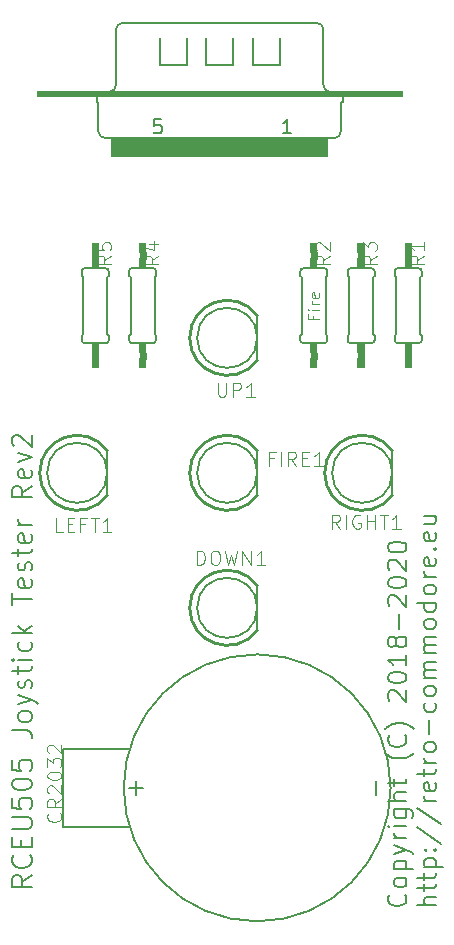
<source format=gbr>
G04 #@! TF.GenerationSoftware,KiCad,Pcbnew,(5.1.5)-3*
G04 #@! TF.CreationDate,2020-09-28T00:58:47+02:00*
G04 #@! TF.ProjectId,joytester,6a6f7974-6573-4746-9572-2e6b69636164,rev?*
G04 #@! TF.SameCoordinates,Original*
G04 #@! TF.FileFunction,Legend,Top*
G04 #@! TF.FilePolarity,Positive*
%FSLAX46Y46*%
G04 Gerber Fmt 4.6, Leading zero omitted, Abs format (unit mm)*
G04 Created by KiCad (PCBNEW (5.1.5)-3) date 2020-09-28 00:58:47*
%MOMM*%
%LPD*%
G04 APERTURE LIST*
%ADD10C,0.142240*%
%ADD11C,0.134112*%
%ADD12C,0.081280*%
%ADD13C,0.203200*%
%ADD14C,0.152400*%
%ADD15C,0.254000*%
%ADD16C,0.100000*%
%ADD17C,0.609600*%
%ADD18C,0.096520*%
%ADD19C,0.120650*%
%ADD20C,0.127000*%
G04 APERTURE END LIST*
D10*
X132108666Y-132735256D02*
X131304333Y-133298289D01*
X132108666Y-133700456D02*
X130419566Y-133700456D01*
X130419566Y-133056989D01*
X130500000Y-132896122D01*
X130580433Y-132815689D01*
X130741300Y-132735256D01*
X130982600Y-132735256D01*
X131143466Y-132815689D01*
X131223900Y-132896122D01*
X131304333Y-133056989D01*
X131304333Y-133700456D01*
X131947800Y-131046156D02*
X132028233Y-131126589D01*
X132108666Y-131367889D01*
X132108666Y-131528756D01*
X132028233Y-131770056D01*
X131867366Y-131930922D01*
X131706500Y-132011356D01*
X131384766Y-132091789D01*
X131143466Y-132091789D01*
X130821733Y-132011356D01*
X130660866Y-131930922D01*
X130500000Y-131770056D01*
X130419566Y-131528756D01*
X130419566Y-131367889D01*
X130500000Y-131126589D01*
X130580433Y-131046156D01*
X131223900Y-130322256D02*
X131223900Y-129759222D01*
X132108666Y-129517922D02*
X132108666Y-130322256D01*
X130419566Y-130322256D01*
X130419566Y-129517922D01*
X130419566Y-128794022D02*
X131786933Y-128794022D01*
X131947800Y-128713589D01*
X132028233Y-128633156D01*
X132108666Y-128472289D01*
X132108666Y-128150556D01*
X132028233Y-127989689D01*
X131947800Y-127909256D01*
X131786933Y-127828822D01*
X130419566Y-127828822D01*
X130419566Y-126220156D02*
X130419566Y-127024489D01*
X131223900Y-127104922D01*
X131143466Y-127024489D01*
X131063033Y-126863622D01*
X131063033Y-126461456D01*
X131143466Y-126300589D01*
X131223900Y-126220156D01*
X131384766Y-126139722D01*
X131786933Y-126139722D01*
X131947800Y-126220156D01*
X132028233Y-126300589D01*
X132108666Y-126461456D01*
X132108666Y-126863622D01*
X132028233Y-127024489D01*
X131947800Y-127104922D01*
X130419566Y-125094089D02*
X130419566Y-124933222D01*
X130500000Y-124772356D01*
X130580433Y-124691922D01*
X130741300Y-124611489D01*
X131063033Y-124531056D01*
X131465200Y-124531056D01*
X131786933Y-124611489D01*
X131947800Y-124691922D01*
X132028233Y-124772356D01*
X132108666Y-124933222D01*
X132108666Y-125094089D01*
X132028233Y-125254956D01*
X131947800Y-125335389D01*
X131786933Y-125415822D01*
X131465200Y-125496256D01*
X131063033Y-125496256D01*
X130741300Y-125415822D01*
X130580433Y-125335389D01*
X130500000Y-125254956D01*
X130419566Y-125094089D01*
X130419566Y-123002822D02*
X130419566Y-123807156D01*
X131223900Y-123887589D01*
X131143466Y-123807156D01*
X131063033Y-123646289D01*
X131063033Y-123244122D01*
X131143466Y-123083256D01*
X131223900Y-123002822D01*
X131384766Y-122922389D01*
X131786933Y-122922389D01*
X131947800Y-123002822D01*
X132028233Y-123083256D01*
X132108666Y-123244122D01*
X132108666Y-123646289D01*
X132028233Y-123807156D01*
X131947800Y-123887589D01*
X130419566Y-120428956D02*
X131626066Y-120428956D01*
X131867366Y-120509389D01*
X132028233Y-120670256D01*
X132108666Y-120911556D01*
X132108666Y-121072422D01*
X132108666Y-119383322D02*
X132028233Y-119544189D01*
X131947800Y-119624622D01*
X131786933Y-119705056D01*
X131304333Y-119705056D01*
X131143466Y-119624622D01*
X131063033Y-119544189D01*
X130982600Y-119383322D01*
X130982600Y-119142022D01*
X131063033Y-118981156D01*
X131143466Y-118900722D01*
X131304333Y-118820289D01*
X131786933Y-118820289D01*
X131947800Y-118900722D01*
X132028233Y-118981156D01*
X132108666Y-119142022D01*
X132108666Y-119383322D01*
X130982600Y-118257256D02*
X132108666Y-117855089D01*
X130982600Y-117452922D02*
X132108666Y-117855089D01*
X132510833Y-118015956D01*
X132591266Y-118096389D01*
X132671700Y-118257256D01*
X132028233Y-116889889D02*
X132108666Y-116729022D01*
X132108666Y-116407289D01*
X132028233Y-116246422D01*
X131867366Y-116165989D01*
X131786933Y-116165989D01*
X131626066Y-116246422D01*
X131545633Y-116407289D01*
X131545633Y-116648589D01*
X131465200Y-116809456D01*
X131304333Y-116889889D01*
X131223900Y-116889889D01*
X131063033Y-116809456D01*
X130982600Y-116648589D01*
X130982600Y-116407289D01*
X131063033Y-116246422D01*
X130982600Y-115683389D02*
X130982600Y-115039922D01*
X130419566Y-115442089D02*
X131867366Y-115442089D01*
X132028233Y-115361656D01*
X132108666Y-115200789D01*
X132108666Y-115039922D01*
X132108666Y-114476889D02*
X130982600Y-114476889D01*
X130419566Y-114476889D02*
X130500000Y-114557322D01*
X130580433Y-114476889D01*
X130500000Y-114396456D01*
X130419566Y-114476889D01*
X130580433Y-114476889D01*
X132028233Y-112948656D02*
X132108666Y-113109522D01*
X132108666Y-113431256D01*
X132028233Y-113592122D01*
X131947800Y-113672556D01*
X131786933Y-113752989D01*
X131304333Y-113752989D01*
X131143466Y-113672556D01*
X131063033Y-113592122D01*
X130982600Y-113431256D01*
X130982600Y-113109522D01*
X131063033Y-112948656D01*
X132108666Y-112224756D02*
X130419566Y-112224756D01*
X131465200Y-112063889D02*
X132108666Y-111581289D01*
X130982600Y-111581289D02*
X131626066Y-112224756D01*
X130419566Y-109811756D02*
X130419566Y-108846556D01*
X132108666Y-109329156D02*
X130419566Y-109329156D01*
X132028233Y-107640056D02*
X132108666Y-107800922D01*
X132108666Y-108122656D01*
X132028233Y-108283522D01*
X131867366Y-108363956D01*
X131223900Y-108363956D01*
X131063033Y-108283522D01*
X130982600Y-108122656D01*
X130982600Y-107800922D01*
X131063033Y-107640056D01*
X131223900Y-107559622D01*
X131384766Y-107559622D01*
X131545633Y-108363956D01*
X132028233Y-106916156D02*
X132108666Y-106755289D01*
X132108666Y-106433556D01*
X132028233Y-106272689D01*
X131867366Y-106192256D01*
X131786933Y-106192256D01*
X131626066Y-106272689D01*
X131545633Y-106433556D01*
X131545633Y-106674856D01*
X131465200Y-106835722D01*
X131304333Y-106916156D01*
X131223900Y-106916156D01*
X131063033Y-106835722D01*
X130982600Y-106674856D01*
X130982600Y-106433556D01*
X131063033Y-106272689D01*
X130982600Y-105709656D02*
X130982600Y-105066189D01*
X130419566Y-105468356D02*
X131867366Y-105468356D01*
X132028233Y-105387922D01*
X132108666Y-105227056D01*
X132108666Y-105066189D01*
X132028233Y-103859689D02*
X132108666Y-104020556D01*
X132108666Y-104342289D01*
X132028233Y-104503156D01*
X131867366Y-104583589D01*
X131223900Y-104583589D01*
X131063033Y-104503156D01*
X130982600Y-104342289D01*
X130982600Y-104020556D01*
X131063033Y-103859689D01*
X131223900Y-103779256D01*
X131384766Y-103779256D01*
X131545633Y-104583589D01*
X132108666Y-103055356D02*
X130982600Y-103055356D01*
X131304333Y-103055356D02*
X131143466Y-102974922D01*
X131063033Y-102894489D01*
X130982600Y-102733622D01*
X130982600Y-102572756D01*
X132108666Y-99757589D02*
X131304333Y-100320622D01*
X132108666Y-100722789D02*
X130419566Y-100722789D01*
X130419566Y-100079322D01*
X130500000Y-99918456D01*
X130580433Y-99838022D01*
X130741300Y-99757589D01*
X130982600Y-99757589D01*
X131143466Y-99838022D01*
X131223900Y-99918456D01*
X131304333Y-100079322D01*
X131304333Y-100722789D01*
X132028233Y-98390222D02*
X132108666Y-98551089D01*
X132108666Y-98872822D01*
X132028233Y-99033689D01*
X131867366Y-99114122D01*
X131223900Y-99114122D01*
X131063033Y-99033689D01*
X130982600Y-98872822D01*
X130982600Y-98551089D01*
X131063033Y-98390222D01*
X131223900Y-98309789D01*
X131384766Y-98309789D01*
X131545633Y-99114122D01*
X130982600Y-97746756D02*
X132108666Y-97344589D01*
X130982600Y-96942422D01*
X130580433Y-96379389D02*
X130500000Y-96298956D01*
X130419566Y-96138089D01*
X130419566Y-95735922D01*
X130500000Y-95575056D01*
X130580433Y-95494622D01*
X130741300Y-95414189D01*
X130902166Y-95414189D01*
X131143466Y-95494622D01*
X132108666Y-96459822D01*
X132108666Y-95414189D01*
D11*
X163695606Y-134356195D02*
X163771443Y-134432032D01*
X163847280Y-134659544D01*
X163847280Y-134811218D01*
X163771443Y-135038730D01*
X163619769Y-135190404D01*
X163468095Y-135266241D01*
X163164746Y-135342078D01*
X162937235Y-135342078D01*
X162633886Y-135266241D01*
X162482212Y-135190404D01*
X162330538Y-135038730D01*
X162254700Y-134811218D01*
X162254700Y-134659544D01*
X162330538Y-134432032D01*
X162406375Y-134356195D01*
X163847280Y-133446150D02*
X163771443Y-133597824D01*
X163695606Y-133673661D01*
X163543932Y-133749498D01*
X163088909Y-133749498D01*
X162937235Y-133673661D01*
X162861398Y-133597824D01*
X162785560Y-133446150D01*
X162785560Y-133218638D01*
X162861398Y-133066964D01*
X162937235Y-132991127D01*
X163088909Y-132915290D01*
X163543932Y-132915290D01*
X163695606Y-132991127D01*
X163771443Y-133066964D01*
X163847280Y-133218638D01*
X163847280Y-133446150D01*
X162785560Y-132232755D02*
X164378140Y-132232755D01*
X162861398Y-132232755D02*
X162785560Y-132081081D01*
X162785560Y-131777732D01*
X162861398Y-131626058D01*
X162937235Y-131550221D01*
X163088909Y-131474384D01*
X163543932Y-131474384D01*
X163695606Y-131550221D01*
X163771443Y-131626058D01*
X163847280Y-131777732D01*
X163847280Y-132081081D01*
X163771443Y-132232755D01*
X162785560Y-130943524D02*
X163847280Y-130564338D01*
X162785560Y-130185152D02*
X163847280Y-130564338D01*
X164226466Y-130716012D01*
X164302303Y-130791850D01*
X164378140Y-130943524D01*
X163847280Y-129578455D02*
X162785560Y-129578455D01*
X163088909Y-129578455D02*
X162937235Y-129502618D01*
X162861398Y-129426781D01*
X162785560Y-129275107D01*
X162785560Y-129123432D01*
X163847280Y-128592572D02*
X162785560Y-128592572D01*
X162254700Y-128592572D02*
X162330538Y-128668410D01*
X162406375Y-128592572D01*
X162330538Y-128516735D01*
X162254700Y-128592572D01*
X162406375Y-128592572D01*
X162785560Y-127151667D02*
X164074792Y-127151667D01*
X164226466Y-127227504D01*
X164302303Y-127303341D01*
X164378140Y-127455015D01*
X164378140Y-127682527D01*
X164302303Y-127834201D01*
X163771443Y-127151667D02*
X163847280Y-127303341D01*
X163847280Y-127606690D01*
X163771443Y-127758364D01*
X163695606Y-127834201D01*
X163543932Y-127910038D01*
X163088909Y-127910038D01*
X162937235Y-127834201D01*
X162861398Y-127758364D01*
X162785560Y-127606690D01*
X162785560Y-127303341D01*
X162861398Y-127151667D01*
X163847280Y-126393295D02*
X162254700Y-126393295D01*
X163847280Y-125710761D02*
X163013072Y-125710761D01*
X162861398Y-125786598D01*
X162785560Y-125938272D01*
X162785560Y-126165784D01*
X162861398Y-126317458D01*
X162937235Y-126393295D01*
X162785560Y-125179901D02*
X162785560Y-124573204D01*
X162254700Y-124952390D02*
X163619769Y-124952390D01*
X163771443Y-124876552D01*
X163847280Y-124724878D01*
X163847280Y-124573204D01*
X164453978Y-122373927D02*
X164378140Y-122449764D01*
X164150629Y-122601438D01*
X163998955Y-122677275D01*
X163771443Y-122753112D01*
X163392258Y-122828950D01*
X163088909Y-122828950D01*
X162709723Y-122753112D01*
X162482212Y-122677275D01*
X162330538Y-122601438D01*
X162103026Y-122449764D01*
X162027189Y-122373927D01*
X163695606Y-120857184D02*
X163771443Y-120933021D01*
X163847280Y-121160532D01*
X163847280Y-121312207D01*
X163771443Y-121539718D01*
X163619769Y-121691392D01*
X163468095Y-121767230D01*
X163164746Y-121843067D01*
X162937235Y-121843067D01*
X162633886Y-121767230D01*
X162482212Y-121691392D01*
X162330538Y-121539718D01*
X162254700Y-121312207D01*
X162254700Y-121160532D01*
X162330538Y-120933021D01*
X162406375Y-120857184D01*
X164453978Y-120326324D02*
X164378140Y-120250487D01*
X164150629Y-120098812D01*
X163998955Y-120022975D01*
X163771443Y-119947138D01*
X163392258Y-119871301D01*
X163088909Y-119871301D01*
X162709723Y-119947138D01*
X162482212Y-120022975D01*
X162330538Y-120098812D01*
X162103026Y-120250487D01*
X162027189Y-120326324D01*
X162406375Y-117975372D02*
X162330538Y-117899535D01*
X162254700Y-117747861D01*
X162254700Y-117368675D01*
X162330538Y-117217001D01*
X162406375Y-117141164D01*
X162558049Y-117065327D01*
X162709723Y-117065327D01*
X162937235Y-117141164D01*
X163847280Y-118051210D01*
X163847280Y-117065327D01*
X162254700Y-116079444D02*
X162254700Y-115927770D01*
X162330538Y-115776095D01*
X162406375Y-115700258D01*
X162558049Y-115624421D01*
X162861398Y-115548584D01*
X163240583Y-115548584D01*
X163543932Y-115624421D01*
X163695606Y-115700258D01*
X163771443Y-115776095D01*
X163847280Y-115927770D01*
X163847280Y-116079444D01*
X163771443Y-116231118D01*
X163695606Y-116306955D01*
X163543932Y-116382792D01*
X163240583Y-116458630D01*
X162861398Y-116458630D01*
X162558049Y-116382792D01*
X162406375Y-116306955D01*
X162330538Y-116231118D01*
X162254700Y-116079444D01*
X163847280Y-114031841D02*
X163847280Y-114941887D01*
X163847280Y-114486864D02*
X162254700Y-114486864D01*
X162482212Y-114638538D01*
X162633886Y-114790212D01*
X162709723Y-114941887D01*
X162937235Y-113121795D02*
X162861398Y-113273470D01*
X162785560Y-113349307D01*
X162633886Y-113425144D01*
X162558049Y-113425144D01*
X162406375Y-113349307D01*
X162330538Y-113273470D01*
X162254700Y-113121795D01*
X162254700Y-112818447D01*
X162330538Y-112666772D01*
X162406375Y-112590935D01*
X162558049Y-112515098D01*
X162633886Y-112515098D01*
X162785560Y-112590935D01*
X162861398Y-112666772D01*
X162937235Y-112818447D01*
X162937235Y-113121795D01*
X163013072Y-113273470D01*
X163088909Y-113349307D01*
X163240583Y-113425144D01*
X163543932Y-113425144D01*
X163695606Y-113349307D01*
X163771443Y-113273470D01*
X163847280Y-113121795D01*
X163847280Y-112818447D01*
X163771443Y-112666772D01*
X163695606Y-112590935D01*
X163543932Y-112515098D01*
X163240583Y-112515098D01*
X163088909Y-112590935D01*
X163013072Y-112666772D01*
X162937235Y-112818447D01*
X163240583Y-111832564D02*
X163240583Y-110619170D01*
X162406375Y-109936635D02*
X162330538Y-109860798D01*
X162254700Y-109709124D01*
X162254700Y-109329938D01*
X162330538Y-109178264D01*
X162406375Y-109102427D01*
X162558049Y-109026590D01*
X162709723Y-109026590D01*
X162937235Y-109102427D01*
X163847280Y-110012472D01*
X163847280Y-109026590D01*
X162254700Y-108040707D02*
X162254700Y-107889032D01*
X162330538Y-107737358D01*
X162406375Y-107661521D01*
X162558049Y-107585684D01*
X162861398Y-107509847D01*
X163240583Y-107509847D01*
X163543932Y-107585684D01*
X163695606Y-107661521D01*
X163771443Y-107737358D01*
X163847280Y-107889032D01*
X163847280Y-108040707D01*
X163771443Y-108192381D01*
X163695606Y-108268218D01*
X163543932Y-108344055D01*
X163240583Y-108419892D01*
X162861398Y-108419892D01*
X162558049Y-108344055D01*
X162406375Y-108268218D01*
X162330538Y-108192381D01*
X162254700Y-108040707D01*
X162406375Y-106903150D02*
X162330538Y-106827312D01*
X162254700Y-106675638D01*
X162254700Y-106296452D01*
X162330538Y-106144778D01*
X162406375Y-106068941D01*
X162558049Y-105993104D01*
X162709723Y-105993104D01*
X162937235Y-106068941D01*
X163847280Y-106978987D01*
X163847280Y-105993104D01*
X162254700Y-105007221D02*
X162254700Y-104855547D01*
X162330538Y-104703872D01*
X162406375Y-104628035D01*
X162558049Y-104552198D01*
X162861398Y-104476361D01*
X163240583Y-104476361D01*
X163543932Y-104552198D01*
X163695606Y-104628035D01*
X163771443Y-104703872D01*
X163847280Y-104855547D01*
X163847280Y-105007221D01*
X163771443Y-105158895D01*
X163695606Y-105234732D01*
X163543932Y-105310570D01*
X163240583Y-105386407D01*
X162861398Y-105386407D01*
X162558049Y-105310570D01*
X162406375Y-105234732D01*
X162330538Y-105158895D01*
X162254700Y-105007221D01*
X166370262Y-135266241D02*
X164777682Y-135266241D01*
X166370262Y-134583707D02*
X165536054Y-134583707D01*
X165384380Y-134659544D01*
X165308542Y-134811218D01*
X165308542Y-135038730D01*
X165384380Y-135190404D01*
X165460217Y-135266241D01*
X165308542Y-134052847D02*
X165308542Y-133446150D01*
X164777682Y-133825335D02*
X166142751Y-133825335D01*
X166294425Y-133749498D01*
X166370262Y-133597824D01*
X166370262Y-133446150D01*
X165308542Y-133142801D02*
X165308542Y-132536104D01*
X164777682Y-132915290D02*
X166142751Y-132915290D01*
X166294425Y-132839452D01*
X166370262Y-132687778D01*
X166370262Y-132536104D01*
X165308542Y-132005244D02*
X166901122Y-132005244D01*
X165384380Y-132005244D02*
X165308542Y-131853570D01*
X165308542Y-131550221D01*
X165384380Y-131398547D01*
X165460217Y-131322710D01*
X165611891Y-131246872D01*
X166066914Y-131246872D01*
X166218588Y-131322710D01*
X166294425Y-131398547D01*
X166370262Y-131550221D01*
X166370262Y-131853570D01*
X166294425Y-132005244D01*
X166218588Y-130564338D02*
X166294425Y-130488501D01*
X166370262Y-130564338D01*
X166294425Y-130640175D01*
X166218588Y-130564338D01*
X166370262Y-130564338D01*
X165384380Y-130564338D02*
X165460217Y-130488501D01*
X165536054Y-130564338D01*
X165460217Y-130640175D01*
X165384380Y-130564338D01*
X165536054Y-130564338D01*
X164701845Y-128668410D02*
X166749448Y-130033478D01*
X164701845Y-126999992D02*
X166749448Y-128365061D01*
X166370262Y-126469132D02*
X165308542Y-126469132D01*
X165611891Y-126469132D02*
X165460217Y-126393295D01*
X165384380Y-126317458D01*
X165308542Y-126165784D01*
X165308542Y-126014110D01*
X166294425Y-124876552D02*
X166370262Y-125028227D01*
X166370262Y-125331575D01*
X166294425Y-125483250D01*
X166142751Y-125559087D01*
X165536054Y-125559087D01*
X165384380Y-125483250D01*
X165308542Y-125331575D01*
X165308542Y-125028227D01*
X165384380Y-124876552D01*
X165536054Y-124800715D01*
X165687728Y-124800715D01*
X165839402Y-125559087D01*
X165308542Y-124345692D02*
X165308542Y-123738995D01*
X164777682Y-124118181D02*
X166142751Y-124118181D01*
X166294425Y-124042344D01*
X166370262Y-123890670D01*
X166370262Y-123738995D01*
X166370262Y-123208135D02*
X165308542Y-123208135D01*
X165611891Y-123208135D02*
X165460217Y-123132298D01*
X165384380Y-123056461D01*
X165308542Y-122904787D01*
X165308542Y-122753112D01*
X166370262Y-121994741D02*
X166294425Y-122146415D01*
X166218588Y-122222252D01*
X166066914Y-122298090D01*
X165611891Y-122298090D01*
X165460217Y-122222252D01*
X165384380Y-122146415D01*
X165308542Y-121994741D01*
X165308542Y-121767230D01*
X165384380Y-121615555D01*
X165460217Y-121539718D01*
X165611891Y-121463881D01*
X166066914Y-121463881D01*
X166218588Y-121539718D01*
X166294425Y-121615555D01*
X166370262Y-121767230D01*
X166370262Y-121994741D01*
X165763565Y-120781347D02*
X165763565Y-119567952D01*
X166294425Y-118127047D02*
X166370262Y-118278721D01*
X166370262Y-118582070D01*
X166294425Y-118733744D01*
X166218588Y-118809581D01*
X166066914Y-118885418D01*
X165611891Y-118885418D01*
X165460217Y-118809581D01*
X165384380Y-118733744D01*
X165308542Y-118582070D01*
X165308542Y-118278721D01*
X165384380Y-118127047D01*
X166370262Y-117217001D02*
X166294425Y-117368675D01*
X166218588Y-117444512D01*
X166066914Y-117520350D01*
X165611891Y-117520350D01*
X165460217Y-117444512D01*
X165384380Y-117368675D01*
X165308542Y-117217001D01*
X165308542Y-116989490D01*
X165384380Y-116837815D01*
X165460217Y-116761978D01*
X165611891Y-116686141D01*
X166066914Y-116686141D01*
X166218588Y-116761978D01*
X166294425Y-116837815D01*
X166370262Y-116989490D01*
X166370262Y-117217001D01*
X166370262Y-116003607D02*
X165308542Y-116003607D01*
X165460217Y-116003607D02*
X165384380Y-115927770D01*
X165308542Y-115776095D01*
X165308542Y-115548584D01*
X165384380Y-115396910D01*
X165536054Y-115321072D01*
X166370262Y-115321072D01*
X165536054Y-115321072D02*
X165384380Y-115245235D01*
X165308542Y-115093561D01*
X165308542Y-114866050D01*
X165384380Y-114714375D01*
X165536054Y-114638538D01*
X166370262Y-114638538D01*
X166370262Y-113880167D02*
X165308542Y-113880167D01*
X165460217Y-113880167D02*
X165384380Y-113804330D01*
X165308542Y-113652655D01*
X165308542Y-113425144D01*
X165384380Y-113273470D01*
X165536054Y-113197632D01*
X166370262Y-113197632D01*
X165536054Y-113197632D02*
X165384380Y-113121795D01*
X165308542Y-112970121D01*
X165308542Y-112742610D01*
X165384380Y-112590935D01*
X165536054Y-112515098D01*
X166370262Y-112515098D01*
X166370262Y-111529215D02*
X166294425Y-111680890D01*
X166218588Y-111756727D01*
X166066914Y-111832564D01*
X165611891Y-111832564D01*
X165460217Y-111756727D01*
X165384380Y-111680890D01*
X165308542Y-111529215D01*
X165308542Y-111301704D01*
X165384380Y-111150030D01*
X165460217Y-111074192D01*
X165611891Y-110998355D01*
X166066914Y-110998355D01*
X166218588Y-111074192D01*
X166294425Y-111150030D01*
X166370262Y-111301704D01*
X166370262Y-111529215D01*
X166370262Y-109633287D02*
X164777682Y-109633287D01*
X166294425Y-109633287D02*
X166370262Y-109784961D01*
X166370262Y-110088310D01*
X166294425Y-110239984D01*
X166218588Y-110315821D01*
X166066914Y-110391658D01*
X165611891Y-110391658D01*
X165460217Y-110315821D01*
X165384380Y-110239984D01*
X165308542Y-110088310D01*
X165308542Y-109784961D01*
X165384380Y-109633287D01*
X166370262Y-108647404D02*
X166294425Y-108799078D01*
X166218588Y-108874915D01*
X166066914Y-108950752D01*
X165611891Y-108950752D01*
X165460217Y-108874915D01*
X165384380Y-108799078D01*
X165308542Y-108647404D01*
X165308542Y-108419892D01*
X165384380Y-108268218D01*
X165460217Y-108192381D01*
X165611891Y-108116544D01*
X166066914Y-108116544D01*
X166218588Y-108192381D01*
X166294425Y-108268218D01*
X166370262Y-108419892D01*
X166370262Y-108647404D01*
X166370262Y-107434010D02*
X165308542Y-107434010D01*
X165611891Y-107434010D02*
X165460217Y-107358172D01*
X165384380Y-107282335D01*
X165308542Y-107130661D01*
X165308542Y-106978987D01*
X166294425Y-105841430D02*
X166370262Y-105993104D01*
X166370262Y-106296452D01*
X166294425Y-106448127D01*
X166142751Y-106523964D01*
X165536054Y-106523964D01*
X165384380Y-106448127D01*
X165308542Y-106296452D01*
X165308542Y-105993104D01*
X165384380Y-105841430D01*
X165536054Y-105765592D01*
X165687728Y-105765592D01*
X165839402Y-106523964D01*
X166218588Y-105083058D02*
X166294425Y-105007221D01*
X166370262Y-105083058D01*
X166294425Y-105158895D01*
X166218588Y-105083058D01*
X166370262Y-105083058D01*
X166294425Y-103717990D02*
X166370262Y-103869664D01*
X166370262Y-104173012D01*
X166294425Y-104324687D01*
X166142751Y-104400524D01*
X165536054Y-104400524D01*
X165384380Y-104324687D01*
X165308542Y-104173012D01*
X165308542Y-103869664D01*
X165384380Y-103717990D01*
X165536054Y-103642152D01*
X165687728Y-103642152D01*
X165839402Y-104400524D01*
X165308542Y-102277084D02*
X166370262Y-102277084D01*
X165308542Y-102959618D02*
X166142751Y-102959618D01*
X166294425Y-102883781D01*
X166370262Y-102732107D01*
X166370262Y-102504595D01*
X166294425Y-102352921D01*
X166218588Y-102277084D01*
D12*
X155948457Y-85344225D02*
X155948457Y-85665958D01*
X156454038Y-85665958D02*
X155488838Y-85665958D01*
X155488838Y-85206339D01*
X156454038Y-84838644D02*
X155810571Y-84838644D01*
X155488838Y-84838644D02*
X155534800Y-84884606D01*
X155580761Y-84838644D01*
X155534800Y-84792682D01*
X155488838Y-84838644D01*
X155580761Y-84838644D01*
X156454038Y-84379025D02*
X155810571Y-84379025D01*
X155994419Y-84379025D02*
X155902495Y-84333063D01*
X155856533Y-84287101D01*
X155810571Y-84195177D01*
X155810571Y-84103253D01*
X156408076Y-83413825D02*
X156454038Y-83505748D01*
X156454038Y-83689596D01*
X156408076Y-83781520D01*
X156316152Y-83827482D01*
X155948457Y-83827482D01*
X155856533Y-83781520D01*
X155810571Y-83689596D01*
X155810571Y-83505748D01*
X155856533Y-83413825D01*
X155948457Y-83367863D01*
X156040380Y-83367863D01*
X156132304Y-83827482D01*
D13*
X162506100Y-125318600D02*
G75*
G03X162506100Y-125318600I-11300000J0D01*
G01*
X140361100Y-125318600D02*
X141561100Y-125318600D01*
X140961100Y-125918600D02*
X140961100Y-124718600D01*
X161271100Y-125918600D02*
X161271100Y-124718600D01*
X134806100Y-122018600D02*
X140406100Y-122018600D01*
X134806100Y-128618600D02*
X134806100Y-122018600D01*
X134806100Y-128618600D02*
X140406100Y-128618600D01*
D14*
X151206100Y-110078600D02*
G75*
G03X151206100Y-110078600I-2540000J0D01*
G01*
D15*
X151206100Y-108173600D02*
G75*
G03X151206100Y-111983600I-2540000J-1905000D01*
G01*
D13*
X151206100Y-111983600D02*
X151206100Y-108173600D01*
D14*
X151206100Y-98648600D02*
G75*
G03X151206100Y-98648600I-2540000J0D01*
G01*
D15*
X151206100Y-96743600D02*
G75*
G03X151206100Y-100553600I-2540000J-1905000D01*
G01*
D13*
X151206100Y-100553600D02*
X151206100Y-96743600D01*
D14*
X138506100Y-98648600D02*
G75*
G03X138506100Y-98648600I-2540000J0D01*
G01*
D15*
X138506100Y-96743600D02*
G75*
G03X138506100Y-100553600I-2540000J-1905000D01*
G01*
D13*
X138506100Y-100553600D02*
X138506100Y-96743600D01*
D16*
G36*
X155695200Y-79191400D02*
G01*
X155695200Y-80055000D01*
X156304800Y-80055000D01*
X156304800Y-79191400D01*
X155695200Y-79191400D01*
G37*
G36*
X155695200Y-88945000D02*
G01*
X155695200Y-89808600D01*
X156304800Y-89808600D01*
X156304800Y-88945000D01*
X155695200Y-88945000D01*
G37*
G36*
X155695200Y-80461400D02*
G01*
X155695200Y-81325000D01*
X156304800Y-81325000D01*
X156304800Y-80461400D01*
X155695200Y-80461400D01*
G37*
G36*
X155695200Y-87675000D02*
G01*
X155695200Y-88538600D01*
X156304800Y-88538600D01*
X156304800Y-87675000D01*
X155695200Y-87675000D01*
G37*
D17*
X156000000Y-80055000D02*
X156000000Y-80436000D01*
X156000000Y-88945000D02*
X156000000Y-88564000D01*
D14*
X155111000Y-87675000D02*
X156889000Y-87675000D01*
X154857000Y-87421000D02*
X154857000Y-87040000D01*
X157143000Y-87421000D02*
X157143000Y-87040000D01*
X154984000Y-86913000D02*
X154984000Y-82087000D01*
X154984000Y-86913000D02*
X154857000Y-87040000D01*
X157016000Y-86913000D02*
X157016000Y-82087000D01*
X157016000Y-86913000D02*
X157143000Y-87040000D01*
X154984000Y-82087000D02*
X154857000Y-81960000D01*
X154857000Y-81579000D02*
X154857000Y-81960000D01*
X157016000Y-82087000D02*
X157143000Y-81960000D01*
X157143000Y-81579000D02*
X157143000Y-81960000D01*
X155111000Y-81325000D02*
X156889000Y-81325000D01*
X156889000Y-87675000D02*
G75*
G03X157143000Y-87421000I0J254000D01*
G01*
X155111000Y-87675000D02*
G75*
G02X154857000Y-87421000I0J254000D01*
G01*
X154857000Y-81579000D02*
G75*
G02X155111000Y-81325000I254000J0D01*
G01*
X157143000Y-81579000D02*
G75*
G03X156889000Y-81325000I-254000J0D01*
G01*
D16*
G36*
X141195200Y-79191400D02*
G01*
X141195200Y-80055000D01*
X141804800Y-80055000D01*
X141804800Y-79191400D01*
X141195200Y-79191400D01*
G37*
G36*
X141195200Y-88945000D02*
G01*
X141195200Y-89808600D01*
X141804800Y-89808600D01*
X141804800Y-88945000D01*
X141195200Y-88945000D01*
G37*
G36*
X141195200Y-80461400D02*
G01*
X141195200Y-81325000D01*
X141804800Y-81325000D01*
X141804800Y-80461400D01*
X141195200Y-80461400D01*
G37*
G36*
X141195200Y-87675000D02*
G01*
X141195200Y-88538600D01*
X141804800Y-88538600D01*
X141804800Y-87675000D01*
X141195200Y-87675000D01*
G37*
D17*
X141500000Y-80055000D02*
X141500000Y-80436000D01*
X141500000Y-88945000D02*
X141500000Y-88564000D01*
D14*
X140611000Y-87675000D02*
X142389000Y-87675000D01*
X140357000Y-87421000D02*
X140357000Y-87040000D01*
X142643000Y-87421000D02*
X142643000Y-87040000D01*
X140484000Y-86913000D02*
X140484000Y-82087000D01*
X140484000Y-86913000D02*
X140357000Y-87040000D01*
X142516000Y-86913000D02*
X142516000Y-82087000D01*
X142516000Y-86913000D02*
X142643000Y-87040000D01*
X140484000Y-82087000D02*
X140357000Y-81960000D01*
X140357000Y-81579000D02*
X140357000Y-81960000D01*
X142516000Y-82087000D02*
X142643000Y-81960000D01*
X142643000Y-81579000D02*
X142643000Y-81960000D01*
X140611000Y-81325000D02*
X142389000Y-81325000D01*
X142389000Y-87675000D02*
G75*
G03X142643000Y-87421000I0J254000D01*
G01*
X140611000Y-87675000D02*
G75*
G02X140357000Y-87421000I0J254000D01*
G01*
X140357000Y-81579000D02*
G75*
G02X140611000Y-81325000I254000J0D01*
G01*
X142643000Y-81579000D02*
G75*
G03X142389000Y-81325000I-254000J0D01*
G01*
D16*
G36*
X137195200Y-79191400D02*
G01*
X137195200Y-80055000D01*
X137804800Y-80055000D01*
X137804800Y-79191400D01*
X137195200Y-79191400D01*
G37*
G36*
X137195200Y-88945000D02*
G01*
X137195200Y-89808600D01*
X137804800Y-89808600D01*
X137804800Y-88945000D01*
X137195200Y-88945000D01*
G37*
G36*
X137195200Y-80461400D02*
G01*
X137195200Y-81325000D01*
X137804800Y-81325000D01*
X137804800Y-80461400D01*
X137195200Y-80461400D01*
G37*
G36*
X137195200Y-87675000D02*
G01*
X137195200Y-88538600D01*
X137804800Y-88538600D01*
X137804800Y-87675000D01*
X137195200Y-87675000D01*
G37*
D17*
X137500000Y-80055000D02*
X137500000Y-80436000D01*
X137500000Y-88945000D02*
X137500000Y-88564000D01*
D14*
X136611000Y-87675000D02*
X138389000Y-87675000D01*
X136357000Y-87421000D02*
X136357000Y-87040000D01*
X138643000Y-87421000D02*
X138643000Y-87040000D01*
X136484000Y-86913000D02*
X136484000Y-82087000D01*
X136484000Y-86913000D02*
X136357000Y-87040000D01*
X138516000Y-86913000D02*
X138516000Y-82087000D01*
X138516000Y-86913000D02*
X138643000Y-87040000D01*
X136484000Y-82087000D02*
X136357000Y-81960000D01*
X136357000Y-81579000D02*
X136357000Y-81960000D01*
X138516000Y-82087000D02*
X138643000Y-81960000D01*
X138643000Y-81579000D02*
X138643000Y-81960000D01*
X136611000Y-81325000D02*
X138389000Y-81325000D01*
X138389000Y-87675000D02*
G75*
G03X138643000Y-87421000I0J254000D01*
G01*
X136611000Y-87675000D02*
G75*
G02X136357000Y-87421000I0J254000D01*
G01*
X136357000Y-81579000D02*
G75*
G02X136611000Y-81325000I254000J0D01*
G01*
X138643000Y-81579000D02*
G75*
G03X138389000Y-81325000I-254000J0D01*
G01*
D16*
G36*
X163695200Y-79191400D02*
G01*
X163695200Y-80055000D01*
X164304800Y-80055000D01*
X164304800Y-79191400D01*
X163695200Y-79191400D01*
G37*
G36*
X163695200Y-88945000D02*
G01*
X163695200Y-89808600D01*
X164304800Y-89808600D01*
X164304800Y-88945000D01*
X163695200Y-88945000D01*
G37*
G36*
X163695200Y-80461400D02*
G01*
X163695200Y-81325000D01*
X164304800Y-81325000D01*
X164304800Y-80461400D01*
X163695200Y-80461400D01*
G37*
G36*
X163695200Y-87675000D02*
G01*
X163695200Y-88538600D01*
X164304800Y-88538600D01*
X164304800Y-87675000D01*
X163695200Y-87675000D01*
G37*
D17*
X164000000Y-80055000D02*
X164000000Y-80436000D01*
X164000000Y-88945000D02*
X164000000Y-88564000D01*
D14*
X163111000Y-87675000D02*
X164889000Y-87675000D01*
X162857000Y-87421000D02*
X162857000Y-87040000D01*
X165143000Y-87421000D02*
X165143000Y-87040000D01*
X162984000Y-86913000D02*
X162984000Y-82087000D01*
X162984000Y-86913000D02*
X162857000Y-87040000D01*
X165016000Y-86913000D02*
X165016000Y-82087000D01*
X165016000Y-86913000D02*
X165143000Y-87040000D01*
X162984000Y-82087000D02*
X162857000Y-81960000D01*
X162857000Y-81579000D02*
X162857000Y-81960000D01*
X165016000Y-82087000D02*
X165143000Y-81960000D01*
X165143000Y-81579000D02*
X165143000Y-81960000D01*
X163111000Y-81325000D02*
X164889000Y-81325000D01*
X164889000Y-87675000D02*
G75*
G03X165143000Y-87421000I0J254000D01*
G01*
X163111000Y-87675000D02*
G75*
G02X162857000Y-87421000I0J254000D01*
G01*
X162857000Y-81579000D02*
G75*
G02X163111000Y-81325000I254000J0D01*
G01*
X165143000Y-81579000D02*
G75*
G03X164889000Y-81325000I-254000J0D01*
G01*
D16*
G36*
X159695200Y-79191400D02*
G01*
X159695200Y-80055000D01*
X160304800Y-80055000D01*
X160304800Y-79191400D01*
X159695200Y-79191400D01*
G37*
G36*
X159695200Y-88945000D02*
G01*
X159695200Y-89808600D01*
X160304800Y-89808600D01*
X160304800Y-88945000D01*
X159695200Y-88945000D01*
G37*
G36*
X159695200Y-80461400D02*
G01*
X159695200Y-81325000D01*
X160304800Y-81325000D01*
X160304800Y-80461400D01*
X159695200Y-80461400D01*
G37*
G36*
X159695200Y-87675000D02*
G01*
X159695200Y-88538600D01*
X160304800Y-88538600D01*
X160304800Y-87675000D01*
X159695200Y-87675000D01*
G37*
D17*
X160000000Y-80055000D02*
X160000000Y-80436000D01*
X160000000Y-88945000D02*
X160000000Y-88564000D01*
D14*
X159111000Y-87675000D02*
X160889000Y-87675000D01*
X158857000Y-87421000D02*
X158857000Y-87040000D01*
X161143000Y-87421000D02*
X161143000Y-87040000D01*
X158984000Y-86913000D02*
X158984000Y-82087000D01*
X158984000Y-86913000D02*
X158857000Y-87040000D01*
X161016000Y-86913000D02*
X161016000Y-82087000D01*
X161016000Y-86913000D02*
X161143000Y-87040000D01*
X158984000Y-82087000D02*
X158857000Y-81960000D01*
X158857000Y-81579000D02*
X158857000Y-81960000D01*
X161016000Y-82087000D02*
X161143000Y-81960000D01*
X161143000Y-81579000D02*
X161143000Y-81960000D01*
X159111000Y-81325000D02*
X160889000Y-81325000D01*
X160889000Y-87675000D02*
G75*
G03X161143000Y-87421000I0J254000D01*
G01*
X159111000Y-87675000D02*
G75*
G02X158857000Y-87421000I0J254000D01*
G01*
X158857000Y-81579000D02*
G75*
G02X159111000Y-81325000I254000J0D01*
G01*
X161143000Y-81579000D02*
G75*
G03X160889000Y-81325000I-254000J0D01*
G01*
X162636100Y-98648600D02*
G75*
G03X162636100Y-98648600I-2540000J0D01*
G01*
D15*
X162636100Y-96743600D02*
G75*
G03X162636100Y-100553600I-2540000J-1905000D01*
G01*
D13*
X162636100Y-100553600D02*
X162636100Y-96743600D01*
D14*
X151206100Y-87218600D02*
G75*
G03X151206100Y-87218600I-2540000J0D01*
G01*
D15*
X151206100Y-85313600D02*
G75*
G03X151206100Y-89123600I-2540000J-1905000D01*
G01*
D13*
X151206100Y-89123600D02*
X151206100Y-85313600D01*
D16*
G36*
X138831100Y-71947600D02*
G01*
X157231100Y-71947600D01*
X157231100Y-70347600D01*
X138831100Y-70347600D01*
X138831100Y-71947600D01*
G37*
G36*
X132537100Y-66871600D02*
G01*
X163525100Y-66871600D01*
X163525100Y-66363600D01*
X132537100Y-66363600D01*
X132537100Y-66871600D01*
G37*
D14*
X139776100Y-60562600D02*
X156286100Y-60562600D01*
X139268100Y-65769600D02*
G75*
G02X138633100Y-66404600I-635000J0D01*
G01*
X139268100Y-65769600D02*
X139268100Y-61070600D01*
X157429100Y-66404600D02*
G75*
G02X156794100Y-65769600I0J635000D01*
G01*
X156794100Y-65769600D02*
X156794100Y-61070600D01*
X145237100Y-61832600D02*
X145237100Y-64118600D01*
X142951100Y-64118600D02*
X142951100Y-61832600D01*
X145237100Y-64118600D02*
X142951100Y-64118600D01*
X149174100Y-61832600D02*
X149174100Y-64118600D01*
X146888100Y-64118600D02*
X146888100Y-61832600D01*
X149174100Y-64118600D02*
X146888100Y-64118600D01*
X153111100Y-61832600D02*
X153111100Y-64118600D01*
X150825100Y-64118600D02*
X150825100Y-61832600D01*
X153111100Y-64118600D02*
X150825100Y-64118600D01*
X156794100Y-61070600D02*
G75*
G03X156286100Y-60562600I-508000J0D01*
G01*
X139776100Y-60562600D02*
G75*
G03X139268100Y-61070600I0J-508000D01*
G01*
X158318100Y-69692600D02*
G75*
G02X157683100Y-70327600I-635000J0D01*
G01*
X158318100Y-67279600D02*
X158445100Y-67279600D01*
X158318100Y-69692600D02*
X158318100Y-67279600D01*
X158445100Y-67279600D02*
X158445100Y-66771600D01*
X138360100Y-70327600D02*
X157702100Y-70327600D01*
X137744100Y-69692600D02*
X137744100Y-67279600D01*
X138379100Y-70327600D02*
G75*
G02X137744100Y-69692600I0J635000D01*
G01*
X137617100Y-67279600D02*
X137744100Y-67279600D01*
X137617100Y-67279600D02*
X137617100Y-66771600D01*
D18*
X134523742Y-127454171D02*
X134581195Y-127511623D01*
X134638647Y-127683981D01*
X134638647Y-127798885D01*
X134581195Y-127971242D01*
X134466290Y-128086147D01*
X134351385Y-128143600D01*
X134121576Y-128201052D01*
X133949219Y-128201052D01*
X133719409Y-128143600D01*
X133604504Y-128086147D01*
X133489600Y-127971242D01*
X133432147Y-127798885D01*
X133432147Y-127683981D01*
X133489600Y-127511623D01*
X133547052Y-127454171D01*
X134638647Y-126247671D02*
X134064123Y-126649838D01*
X134638647Y-126937100D02*
X133432147Y-126937100D01*
X133432147Y-126477481D01*
X133489600Y-126362576D01*
X133547052Y-126305123D01*
X133661957Y-126247671D01*
X133834314Y-126247671D01*
X133949219Y-126305123D01*
X134006671Y-126362576D01*
X134064123Y-126477481D01*
X134064123Y-126937100D01*
X133547052Y-125788052D02*
X133489600Y-125730600D01*
X133432147Y-125615695D01*
X133432147Y-125328433D01*
X133489600Y-125213528D01*
X133547052Y-125156076D01*
X133661957Y-125098623D01*
X133776861Y-125098623D01*
X133949219Y-125156076D01*
X134638647Y-125845504D01*
X134638647Y-125098623D01*
X133432147Y-124351742D02*
X133432147Y-124236838D01*
X133489600Y-124121933D01*
X133547052Y-124064481D01*
X133661957Y-124007028D01*
X133891766Y-123949576D01*
X134179028Y-123949576D01*
X134408838Y-124007028D01*
X134523742Y-124064481D01*
X134581195Y-124121933D01*
X134638647Y-124236838D01*
X134638647Y-124351742D01*
X134581195Y-124466647D01*
X134523742Y-124524100D01*
X134408838Y-124581552D01*
X134179028Y-124639004D01*
X133891766Y-124639004D01*
X133661957Y-124581552D01*
X133547052Y-124524100D01*
X133489600Y-124466647D01*
X133432147Y-124351742D01*
X133432147Y-123547409D02*
X133432147Y-122800528D01*
X133891766Y-123202695D01*
X133891766Y-123030338D01*
X133949219Y-122915433D01*
X134006671Y-122857981D01*
X134121576Y-122800528D01*
X134408838Y-122800528D01*
X134523742Y-122857981D01*
X134581195Y-122915433D01*
X134638647Y-123030338D01*
X134638647Y-123375052D01*
X134581195Y-123489957D01*
X134523742Y-123547409D01*
X133547052Y-122340909D02*
X133489600Y-122283457D01*
X133432147Y-122168552D01*
X133432147Y-121881290D01*
X133489600Y-121766385D01*
X133547052Y-121708933D01*
X133661957Y-121651481D01*
X133776861Y-121651481D01*
X133949219Y-121708933D01*
X134638647Y-122398362D01*
X134638647Y-121651481D01*
D19*
X146110784Y-106439747D02*
X146110784Y-105233247D01*
X146398046Y-105233247D01*
X146570403Y-105290700D01*
X146685308Y-105405604D01*
X146742760Y-105520509D01*
X146800212Y-105750319D01*
X146800212Y-105922676D01*
X146742760Y-106152485D01*
X146685308Y-106267390D01*
X146570403Y-106382295D01*
X146398046Y-106439747D01*
X146110784Y-106439747D01*
X147547093Y-105233247D02*
X147776903Y-105233247D01*
X147891808Y-105290700D01*
X148006712Y-105405604D01*
X148064165Y-105635414D01*
X148064165Y-106037580D01*
X148006712Y-106267390D01*
X147891808Y-106382295D01*
X147776903Y-106439747D01*
X147547093Y-106439747D01*
X147432189Y-106382295D01*
X147317284Y-106267390D01*
X147259832Y-106037580D01*
X147259832Y-105635414D01*
X147317284Y-105405604D01*
X147432189Y-105290700D01*
X147547093Y-105233247D01*
X148466332Y-105233247D02*
X148753593Y-106439747D01*
X148983403Y-105577961D01*
X149213212Y-106439747D01*
X149500474Y-105233247D01*
X149960093Y-106439747D02*
X149960093Y-105233247D01*
X150649522Y-106439747D01*
X150649522Y-105233247D01*
X151856022Y-106439747D02*
X151166593Y-106439747D01*
X151511308Y-106439747D02*
X151511308Y-105233247D01*
X151396403Y-105405604D01*
X151281498Y-105520509D01*
X151166593Y-105577961D01*
X152608951Y-97425771D02*
X152206784Y-97425771D01*
X152206784Y-98057747D02*
X152206784Y-96851247D01*
X152781308Y-96851247D01*
X153240927Y-98057747D02*
X153240927Y-96851247D01*
X154504879Y-98057747D02*
X154102712Y-97483223D01*
X153815451Y-98057747D02*
X153815451Y-96851247D01*
X154275070Y-96851247D01*
X154389974Y-96908700D01*
X154447427Y-96966152D01*
X154504879Y-97081057D01*
X154504879Y-97253414D01*
X154447427Y-97368319D01*
X154389974Y-97425771D01*
X154275070Y-97483223D01*
X153815451Y-97483223D01*
X155021951Y-97425771D02*
X155424117Y-97425771D01*
X155596474Y-98057747D02*
X155021951Y-98057747D01*
X155021951Y-96851247D01*
X155596474Y-96851247D01*
X156745522Y-98057747D02*
X156056093Y-98057747D01*
X156400808Y-98057747D02*
X156400808Y-96851247D01*
X156285903Y-97023604D01*
X156170998Y-97138509D01*
X156056093Y-97195961D01*
X134747308Y-103645747D02*
X134172784Y-103645747D01*
X134172784Y-102439247D01*
X135149474Y-103013771D02*
X135551641Y-103013771D01*
X135723998Y-103645747D02*
X135149474Y-103645747D01*
X135149474Y-102439247D01*
X135723998Y-102439247D01*
X136643236Y-103013771D02*
X136241070Y-103013771D01*
X136241070Y-103645747D02*
X136241070Y-102439247D01*
X136815593Y-102439247D01*
X137102855Y-102439247D02*
X137792284Y-102439247D01*
X137447570Y-103645747D02*
X137447570Y-102439247D01*
X138826427Y-103645747D02*
X138136998Y-103645747D01*
X138481712Y-103645747D02*
X138481712Y-102439247D01*
X138366808Y-102611604D01*
X138251903Y-102726509D01*
X138136998Y-102783961D01*
X157339547Y-80269887D02*
X156765023Y-80672053D01*
X157339547Y-80959315D02*
X156133047Y-80959315D01*
X156133047Y-80499696D01*
X156190500Y-80384791D01*
X156247952Y-80327339D01*
X156362857Y-80269887D01*
X156535214Y-80269887D01*
X156650119Y-80327339D01*
X156707571Y-80384791D01*
X156765023Y-80499696D01*
X156765023Y-80959315D01*
X156247952Y-79810267D02*
X156190500Y-79752815D01*
X156133047Y-79637910D01*
X156133047Y-79350648D01*
X156190500Y-79235744D01*
X156247952Y-79178291D01*
X156362857Y-79120839D01*
X156477761Y-79120839D01*
X156650119Y-79178291D01*
X157339547Y-79867720D01*
X157339547Y-79120839D01*
X142839547Y-80269887D02*
X142265023Y-80672053D01*
X142839547Y-80959315D02*
X141633047Y-80959315D01*
X141633047Y-80499696D01*
X141690500Y-80384791D01*
X141747952Y-80327339D01*
X141862857Y-80269887D01*
X142035214Y-80269887D01*
X142150119Y-80327339D01*
X142207571Y-80384791D01*
X142265023Y-80499696D01*
X142265023Y-80959315D01*
X142035214Y-79235744D02*
X142839547Y-79235744D01*
X141575595Y-79523006D02*
X142437380Y-79810267D01*
X142437380Y-79063387D01*
X138839547Y-80269887D02*
X138265023Y-80672053D01*
X138839547Y-80959315D02*
X137633047Y-80959315D01*
X137633047Y-80499696D01*
X137690500Y-80384791D01*
X137747952Y-80327339D01*
X137862857Y-80269887D01*
X138035214Y-80269887D01*
X138150119Y-80327339D01*
X138207571Y-80384791D01*
X138265023Y-80499696D01*
X138265023Y-80959315D01*
X137633047Y-79178291D02*
X137633047Y-79752815D01*
X138207571Y-79810267D01*
X138150119Y-79752815D01*
X138092666Y-79637910D01*
X138092666Y-79350648D01*
X138150119Y-79235744D01*
X138207571Y-79178291D01*
X138322476Y-79120839D01*
X138609738Y-79120839D01*
X138724642Y-79178291D01*
X138782095Y-79235744D01*
X138839547Y-79350648D01*
X138839547Y-79637910D01*
X138782095Y-79752815D01*
X138724642Y-79810267D01*
X165339547Y-80269887D02*
X164765023Y-80672053D01*
X165339547Y-80959315D02*
X164133047Y-80959315D01*
X164133047Y-80499696D01*
X164190500Y-80384791D01*
X164247952Y-80327339D01*
X164362857Y-80269887D01*
X164535214Y-80269887D01*
X164650119Y-80327339D01*
X164707571Y-80384791D01*
X164765023Y-80499696D01*
X164765023Y-80959315D01*
X165339547Y-79120839D02*
X165339547Y-79810267D01*
X165339547Y-79465553D02*
X164133047Y-79465553D01*
X164305404Y-79580458D01*
X164420309Y-79695363D01*
X164477761Y-79810267D01*
X161339547Y-80269887D02*
X160765023Y-80672053D01*
X161339547Y-80959315D02*
X160133047Y-80959315D01*
X160133047Y-80499696D01*
X160190500Y-80384791D01*
X160247952Y-80327339D01*
X160362857Y-80269887D01*
X160535214Y-80269887D01*
X160650119Y-80327339D01*
X160707571Y-80384791D01*
X160765023Y-80499696D01*
X160765023Y-80959315D01*
X160133047Y-79867720D02*
X160133047Y-79120839D01*
X160592666Y-79523006D01*
X160592666Y-79350648D01*
X160650119Y-79235744D01*
X160707571Y-79178291D01*
X160822476Y-79120839D01*
X161109738Y-79120839D01*
X161224642Y-79178291D01*
X161282095Y-79235744D01*
X161339547Y-79350648D01*
X161339547Y-79695363D01*
X161282095Y-79810267D01*
X161224642Y-79867720D01*
X158230212Y-103391747D02*
X157828046Y-102817223D01*
X157540784Y-103391747D02*
X157540784Y-102185247D01*
X158000403Y-102185247D01*
X158115308Y-102242700D01*
X158172760Y-102300152D01*
X158230212Y-102415057D01*
X158230212Y-102587414D01*
X158172760Y-102702319D01*
X158115308Y-102759771D01*
X158000403Y-102817223D01*
X157540784Y-102817223D01*
X158747284Y-103391747D02*
X158747284Y-102185247D01*
X159953784Y-102242700D02*
X159838879Y-102185247D01*
X159666522Y-102185247D01*
X159494165Y-102242700D01*
X159379260Y-102357604D01*
X159321808Y-102472509D01*
X159264355Y-102702319D01*
X159264355Y-102874676D01*
X159321808Y-103104485D01*
X159379260Y-103219390D01*
X159494165Y-103334295D01*
X159666522Y-103391747D01*
X159781427Y-103391747D01*
X159953784Y-103334295D01*
X160011236Y-103276842D01*
X160011236Y-102874676D01*
X159781427Y-102874676D01*
X160528308Y-103391747D02*
X160528308Y-102185247D01*
X160528308Y-102759771D02*
X161217736Y-102759771D01*
X161217736Y-103391747D02*
X161217736Y-102185247D01*
X161619903Y-102185247D02*
X162309332Y-102185247D01*
X161964617Y-103391747D02*
X161964617Y-102185247D01*
X163343474Y-103391747D02*
X162654046Y-103391747D01*
X162998760Y-103391747D02*
X162998760Y-102185247D01*
X162883855Y-102357604D01*
X162768951Y-102472509D01*
X162654046Y-102529961D01*
X147888784Y-91009247D02*
X147888784Y-91985938D01*
X147946236Y-92100842D01*
X148003689Y-92158295D01*
X148118593Y-92215747D01*
X148348403Y-92215747D01*
X148463308Y-92158295D01*
X148520760Y-92100842D01*
X148578212Y-91985938D01*
X148578212Y-91009247D01*
X149152736Y-92215747D02*
X149152736Y-91009247D01*
X149612355Y-91009247D01*
X149727260Y-91066700D01*
X149784712Y-91124152D01*
X149842165Y-91239057D01*
X149842165Y-91411414D01*
X149784712Y-91526319D01*
X149727260Y-91583771D01*
X149612355Y-91641223D01*
X149152736Y-91641223D01*
X150991212Y-92215747D02*
X150301784Y-92215747D01*
X150646498Y-92215747D02*
X150646498Y-91009247D01*
X150531593Y-91181604D01*
X150416689Y-91296509D01*
X150301784Y-91353961D01*
D20*
X143087635Y-68702247D02*
X142513111Y-68702247D01*
X142455659Y-69276771D01*
X142513111Y-69219319D01*
X142628016Y-69161866D01*
X142915278Y-69161866D01*
X143030183Y-69219319D01*
X143087635Y-69276771D01*
X143145088Y-69391676D01*
X143145088Y-69678938D01*
X143087635Y-69793842D01*
X143030183Y-69851295D01*
X142915278Y-69908747D01*
X142628016Y-69908747D01*
X142513111Y-69851295D01*
X142455659Y-69793842D01*
X154085688Y-69908747D02*
X153396259Y-69908747D01*
X153740973Y-69908747D02*
X153740973Y-68702247D01*
X153626069Y-68874604D01*
X153511164Y-68989509D01*
X153396259Y-69046961D01*
M02*

</source>
